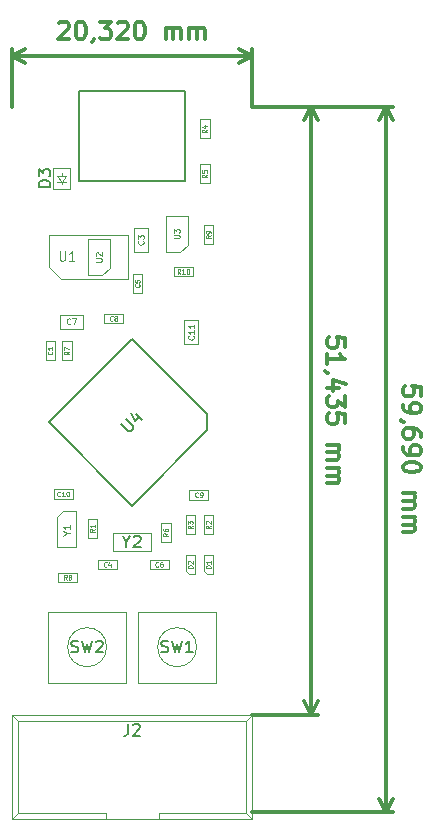
<source format=gbr>
G04 #@! TF.GenerationSoftware,KiCad,Pcbnew,5.0.2-bee76a0~70~ubuntu18.04.1*
G04 #@! TF.CreationDate,2019-08-12T18:04:03+02:00*
G04 #@! TF.ProjectId,Pic32MxRedFox,50696333-324d-4785-9265-64466f782e6b,rev?*
G04 #@! TF.SameCoordinates,PX5faea10PY8eeaea0*
G04 #@! TF.FileFunction,Other,Fab,Top*
%FSLAX46Y46*%
G04 Gerber Fmt 4.6, Leading zero omitted, Abs format (unit mm)*
G04 Created by KiCad (PCBNEW 5.0.2-bee76a0~70~ubuntu18.04.1) date pon 12 avg 2019 18:04:03 CEST*
%MOMM*%
%LPD*%
G01*
G04 APERTURE LIST*
%ADD10C,0.300000*%
%ADD11C,0.100000*%
%ADD12C,0.150000*%
%ADD13C,0.060000*%
%ADD14C,0.075000*%
%ADD15C,0.120000*%
%ADD16C,0.080000*%
G04 APERTURE END LIST*
D10*
X3945714Y66786572D02*
X4017142Y66858000D01*
X4160000Y66929429D01*
X4517142Y66929429D01*
X4660000Y66858000D01*
X4731428Y66786572D01*
X4802857Y66643715D01*
X4802857Y66500858D01*
X4731428Y66286572D01*
X3874285Y65429429D01*
X4802857Y65429429D01*
X5731428Y66929429D02*
X5874285Y66929429D01*
X6017142Y66858000D01*
X6088571Y66786572D01*
X6160000Y66643715D01*
X6231428Y66358000D01*
X6231428Y66000858D01*
X6160000Y65715143D01*
X6088571Y65572286D01*
X6017142Y65500858D01*
X5874285Y65429429D01*
X5731428Y65429429D01*
X5588571Y65500858D01*
X5517142Y65572286D01*
X5445714Y65715143D01*
X5374285Y66000858D01*
X5374285Y66358000D01*
X5445714Y66643715D01*
X5517142Y66786572D01*
X5588571Y66858000D01*
X5731428Y66929429D01*
X6945714Y65500858D02*
X6945714Y65429429D01*
X6874285Y65286572D01*
X6802857Y65215143D01*
X7445714Y66929429D02*
X8374285Y66929429D01*
X7874285Y66358000D01*
X8088571Y66358000D01*
X8231428Y66286572D01*
X8302857Y66215143D01*
X8374285Y66072286D01*
X8374285Y65715143D01*
X8302857Y65572286D01*
X8231428Y65500858D01*
X8088571Y65429429D01*
X7660000Y65429429D01*
X7517142Y65500858D01*
X7445714Y65572286D01*
X8945714Y66786572D02*
X9017142Y66858000D01*
X9160000Y66929429D01*
X9517142Y66929429D01*
X9660000Y66858000D01*
X9731428Y66786572D01*
X9802857Y66643715D01*
X9802857Y66500858D01*
X9731428Y66286572D01*
X8874285Y65429429D01*
X9802857Y65429429D01*
X10731428Y66929429D02*
X10874285Y66929429D01*
X11017142Y66858000D01*
X11088571Y66786572D01*
X11160000Y66643715D01*
X11231428Y66358000D01*
X11231428Y66000858D01*
X11160000Y65715143D01*
X11088571Y65572286D01*
X11017142Y65500858D01*
X10874285Y65429429D01*
X10731428Y65429429D01*
X10588571Y65500858D01*
X10517142Y65572286D01*
X10445714Y65715143D01*
X10374285Y66000858D01*
X10374285Y66358000D01*
X10445714Y66643715D01*
X10517142Y66786572D01*
X10588571Y66858000D01*
X10731428Y66929429D01*
X13017142Y65429429D02*
X13017142Y66429429D01*
X13017142Y66286572D02*
X13088571Y66358000D01*
X13231428Y66429429D01*
X13445714Y66429429D01*
X13588571Y66358000D01*
X13660000Y66215143D01*
X13660000Y65429429D01*
X13660000Y66215143D02*
X13731428Y66358000D01*
X13874285Y66429429D01*
X14088571Y66429429D01*
X14231428Y66358000D01*
X14302857Y66215143D01*
X14302857Y65429429D01*
X15017142Y65429429D02*
X15017142Y66429429D01*
X15017142Y66286572D02*
X15088571Y66358000D01*
X15231428Y66429429D01*
X15445714Y66429429D01*
X15588571Y66358000D01*
X15660000Y66215143D01*
X15660000Y65429429D01*
X15660000Y66215143D02*
X15731428Y66358000D01*
X15874285Y66429429D01*
X16088571Y66429429D01*
X16231428Y66358000D01*
X16302857Y66215143D01*
X16302857Y65429429D01*
X0Y64008000D02*
X20320000Y64008000D01*
X0Y59690000D02*
X0Y64594421D01*
X20320000Y59690000D02*
X20320000Y64594421D01*
X20320000Y64008000D02*
X19193496Y63421579D01*
X20320000Y64008000D02*
X19193496Y64594421D01*
X0Y64008000D02*
X1126504Y63421579D01*
X0Y64008000D02*
X1126504Y64594421D01*
X34607928Y35273572D02*
X34607928Y35987858D01*
X33893642Y36059286D01*
X33965071Y35987858D01*
X34036500Y35845000D01*
X34036500Y35487858D01*
X33965071Y35345000D01*
X33893642Y35273572D01*
X33750785Y35202143D01*
X33393642Y35202143D01*
X33250785Y35273572D01*
X33179357Y35345000D01*
X33107928Y35487858D01*
X33107928Y35845000D01*
X33179357Y35987858D01*
X33250785Y36059286D01*
X33107928Y34487858D02*
X33107928Y34202143D01*
X33179357Y34059286D01*
X33250785Y33987858D01*
X33465071Y33845000D01*
X33750785Y33773572D01*
X34322214Y33773572D01*
X34465071Y33845000D01*
X34536500Y33916429D01*
X34607928Y34059286D01*
X34607928Y34345000D01*
X34536500Y34487858D01*
X34465071Y34559286D01*
X34322214Y34630715D01*
X33965071Y34630715D01*
X33822214Y34559286D01*
X33750785Y34487858D01*
X33679357Y34345000D01*
X33679357Y34059286D01*
X33750785Y33916429D01*
X33822214Y33845000D01*
X33965071Y33773572D01*
X33179357Y33059286D02*
X33107928Y33059286D01*
X32965071Y33130715D01*
X32893642Y33202143D01*
X34607928Y31773572D02*
X34607928Y32059286D01*
X34536500Y32202143D01*
X34465071Y32273572D01*
X34250785Y32416429D01*
X33965071Y32487858D01*
X33393642Y32487858D01*
X33250785Y32416429D01*
X33179357Y32345000D01*
X33107928Y32202143D01*
X33107928Y31916429D01*
X33179357Y31773572D01*
X33250785Y31702143D01*
X33393642Y31630715D01*
X33750785Y31630715D01*
X33893642Y31702143D01*
X33965071Y31773572D01*
X34036500Y31916429D01*
X34036500Y32202143D01*
X33965071Y32345000D01*
X33893642Y32416429D01*
X33750785Y32487858D01*
X33107928Y30916429D02*
X33107928Y30630715D01*
X33179357Y30487858D01*
X33250785Y30416429D01*
X33465071Y30273572D01*
X33750785Y30202143D01*
X34322214Y30202143D01*
X34465071Y30273572D01*
X34536500Y30345000D01*
X34607928Y30487858D01*
X34607928Y30773572D01*
X34536500Y30916429D01*
X34465071Y30987858D01*
X34322214Y31059286D01*
X33965071Y31059286D01*
X33822214Y30987858D01*
X33750785Y30916429D01*
X33679357Y30773572D01*
X33679357Y30487858D01*
X33750785Y30345000D01*
X33822214Y30273572D01*
X33965071Y30202143D01*
X34607928Y29273572D02*
X34607928Y29130715D01*
X34536500Y28987858D01*
X34465071Y28916429D01*
X34322214Y28845000D01*
X34036500Y28773572D01*
X33679357Y28773572D01*
X33393642Y28845000D01*
X33250785Y28916429D01*
X33179357Y28987858D01*
X33107928Y29130715D01*
X33107928Y29273572D01*
X33179357Y29416429D01*
X33250785Y29487858D01*
X33393642Y29559286D01*
X33679357Y29630715D01*
X34036500Y29630715D01*
X34322214Y29559286D01*
X34465071Y29487858D01*
X34536500Y29416429D01*
X34607928Y29273572D01*
X33107928Y26987858D02*
X34107928Y26987858D01*
X33965071Y26987858D02*
X34036500Y26916429D01*
X34107928Y26773572D01*
X34107928Y26559286D01*
X34036500Y26416429D01*
X33893642Y26345000D01*
X33107928Y26345000D01*
X33893642Y26345000D02*
X34036500Y26273572D01*
X34107928Y26130715D01*
X34107928Y25916429D01*
X34036500Y25773572D01*
X33893642Y25702143D01*
X33107928Y25702143D01*
X33107928Y24987858D02*
X34107928Y24987858D01*
X33965071Y24987858D02*
X34036500Y24916429D01*
X34107928Y24773572D01*
X34107928Y24559286D01*
X34036500Y24416429D01*
X33893642Y24345000D01*
X33107928Y24345000D01*
X33893642Y24345000D02*
X34036500Y24273572D01*
X34107928Y24130715D01*
X34107928Y23916429D01*
X34036500Y23773572D01*
X33893642Y23702143D01*
X33107928Y23702143D01*
X31686500Y59690000D02*
X31686500Y0D01*
X20320000Y59690000D02*
X32272921Y59690000D01*
X20320000Y0D02*
X32272921Y0D01*
X31686500Y0D02*
X31100079Y1126504D01*
X31686500Y0D02*
X32272921Y1126504D01*
X31686500Y59690000D02*
X31100079Y58563496D01*
X31686500Y59690000D02*
X32272921Y58563496D01*
X28194428Y39401072D02*
X28194428Y40115358D01*
X27480142Y40186786D01*
X27551571Y40115358D01*
X27623000Y39972500D01*
X27623000Y39615358D01*
X27551571Y39472500D01*
X27480142Y39401072D01*
X27337285Y39329643D01*
X26980142Y39329643D01*
X26837285Y39401072D01*
X26765857Y39472500D01*
X26694428Y39615358D01*
X26694428Y39972500D01*
X26765857Y40115358D01*
X26837285Y40186786D01*
X26694428Y37901072D02*
X26694428Y38758215D01*
X26694428Y38329643D02*
X28194428Y38329643D01*
X27980142Y38472500D01*
X27837285Y38615358D01*
X27765857Y38758215D01*
X26765857Y37186786D02*
X26694428Y37186786D01*
X26551571Y37258215D01*
X26480142Y37329643D01*
X27694428Y35901072D02*
X26694428Y35901072D01*
X28265857Y36258215D02*
X27194428Y36615358D01*
X27194428Y35686786D01*
X28194428Y35258215D02*
X28194428Y34329643D01*
X27623000Y34829643D01*
X27623000Y34615358D01*
X27551571Y34472500D01*
X27480142Y34401072D01*
X27337285Y34329643D01*
X26980142Y34329643D01*
X26837285Y34401072D01*
X26765857Y34472500D01*
X26694428Y34615358D01*
X26694428Y35043929D01*
X26765857Y35186786D01*
X26837285Y35258215D01*
X28194428Y32972500D02*
X28194428Y33686786D01*
X27480142Y33758215D01*
X27551571Y33686786D01*
X27623000Y33543929D01*
X27623000Y33186786D01*
X27551571Y33043929D01*
X27480142Y32972500D01*
X27337285Y32901072D01*
X26980142Y32901072D01*
X26837285Y32972500D01*
X26765857Y33043929D01*
X26694428Y33186786D01*
X26694428Y33543929D01*
X26765857Y33686786D01*
X26837285Y33758215D01*
X26694428Y31115358D02*
X27694428Y31115358D01*
X27551571Y31115358D02*
X27623000Y31043929D01*
X27694428Y30901072D01*
X27694428Y30686786D01*
X27623000Y30543929D01*
X27480142Y30472500D01*
X26694428Y30472500D01*
X27480142Y30472500D02*
X27623000Y30401072D01*
X27694428Y30258215D01*
X27694428Y30043929D01*
X27623000Y29901072D01*
X27480142Y29829643D01*
X26694428Y29829643D01*
X26694428Y29115358D02*
X27694428Y29115358D01*
X27551571Y29115358D02*
X27623000Y29043929D01*
X27694428Y28901072D01*
X27694428Y28686786D01*
X27623000Y28543929D01*
X27480142Y28472500D01*
X26694428Y28472500D01*
X27480142Y28472500D02*
X27623000Y28401072D01*
X27694428Y28258215D01*
X27694428Y28043929D01*
X27623000Y27901072D01*
X27480142Y27829643D01*
X26694428Y27829643D01*
X25273000Y59690000D02*
X25273000Y8255000D01*
X20320000Y59690000D02*
X25859421Y59690000D01*
X20320000Y8255000D02*
X25859421Y8255000D01*
X25273000Y8255000D02*
X24686579Y9381504D01*
X25273000Y8255000D02*
X25859421Y9381504D01*
X25273000Y59690000D02*
X24686579Y58563496D01*
X25273000Y59690000D02*
X25859421Y58563496D01*
D11*
G04 #@! TO.C,R10*
X13703400Y46158100D02*
X15303400Y46158100D01*
X13703400Y45358100D02*
X13703400Y46158100D01*
X15303400Y45358100D02*
X13703400Y45358100D01*
X15303400Y46158100D02*
X15303400Y45358100D01*
G04 #@! TO.C,R9*
X16237000Y49695000D02*
X17037000Y49695000D01*
X17037000Y49695000D02*
X17037000Y48095000D01*
X17037000Y48095000D02*
X16237000Y48095000D01*
X16237000Y48095000D02*
X16237000Y49695000D01*
G04 #@! TO.C,R8*
X3899000Y19475500D02*
X3899000Y20275500D01*
X3899000Y20275500D02*
X5499000Y20275500D01*
X5499000Y20275500D02*
X5499000Y19475500D01*
X5499000Y19475500D02*
X3899000Y19475500D01*
G04 #@! TO.C,C1*
X3638500Y39866501D02*
X3638500Y38266501D01*
X2838500Y39866501D02*
X3638500Y39866501D01*
X2838500Y38266501D02*
X2838500Y39866501D01*
X3638500Y38266501D02*
X2838500Y38266501D01*
G04 #@! TO.C,R7*
X5035500Y38266500D02*
X4235500Y38266500D01*
X4235500Y38266500D02*
X4235500Y39866500D01*
X4235500Y39866500D02*
X5035500Y39866500D01*
X5035500Y39866500D02*
X5035500Y38266500D01*
G04 #@! TO.C,C9*
X16611500Y27260500D02*
X16611500Y26460500D01*
X16611500Y26460500D02*
X15011500Y26460500D01*
X15011500Y26460500D02*
X15011500Y27260500D01*
X15011500Y27260500D02*
X16611500Y27260500D01*
G04 #@! TO.C,U3*
X14870000Y48058500D02*
X14220000Y47408500D01*
X13070000Y47408500D02*
X14220000Y47408500D01*
X14870000Y48058500D02*
X14870000Y50508500D01*
X13070000Y50508500D02*
X14870000Y50508500D01*
X13070000Y47408500D02*
X13070000Y50508500D01*
G04 #@! TO.C,U1*
X4127000Y45140000D02*
X3127000Y46140000D01*
X4127000Y45140000D02*
X9827000Y45140000D01*
X3127000Y46140000D02*
X3127000Y48840000D01*
X9827000Y45140000D02*
X9827000Y48840000D01*
X3127000Y48840000D02*
X9827000Y48840000D01*
G04 #@! TO.C,Y2*
X11760000Y22110000D02*
X11760000Y23610000D01*
X8560000Y22110000D02*
X8560000Y23610000D01*
X11760000Y22110000D02*
X8560000Y22110000D01*
X11760000Y23610000D02*
X8560000Y23610000D01*
G04 #@! TO.C,Y1*
X3822800Y22477600D02*
X5422800Y22477600D01*
X5422800Y22477600D02*
X5422800Y25477600D01*
X3822800Y24977600D02*
X4322800Y25477600D01*
X3822800Y24977600D02*
X3822800Y22477600D01*
X4322800Y25477600D02*
X5422800Y25477600D01*
G04 #@! TO.C,R6*
X12617500Y22885500D02*
X12617500Y24485500D01*
X13417500Y22885500D02*
X12617500Y22885500D01*
X13417500Y24485500D02*
X13417500Y22885500D01*
X12617500Y24485500D02*
X13417500Y24485500D01*
G04 #@! TO.C,R1*
X6407200Y24828400D02*
X7207200Y24828400D01*
X7207200Y24828400D02*
X7207200Y23228400D01*
X7207200Y23228400D02*
X6407200Y23228400D01*
X6407200Y23228400D02*
X6407200Y24828400D01*
G04 #@! TO.C,SW2*
X9650000Y10970000D02*
X3050000Y10970000D01*
X9650000Y16970000D02*
X9650000Y10970000D01*
X3050000Y16970000D02*
X9650000Y16970000D01*
X3050000Y10970000D02*
X3050000Y16970000D01*
X8000000Y13970000D02*
G75*
G03X8000000Y13970000I-1650000J0D01*
G01*
G04 #@! TO.C,SW1*
X15620000Y13970000D02*
G75*
G03X15620000Y13970000I-1650000J0D01*
G01*
X10670000Y10970000D02*
X10670000Y16970000D01*
X10670000Y16970000D02*
X17270000Y16970000D01*
X17270000Y16970000D02*
X17270000Y10970000D01*
X17270000Y10970000D02*
X10670000Y10970000D01*
G04 #@! TO.C,C4*
X7264500Y21355000D02*
X8864500Y21355000D01*
X7264500Y20555000D02*
X7264500Y21355000D01*
X8864500Y20555000D02*
X7264500Y20555000D01*
X8864500Y21355000D02*
X8864500Y20555000D01*
G04 #@! TO.C,C5*
X11017200Y45554800D02*
X11017200Y43954800D01*
X10217200Y45554800D02*
X11017200Y45554800D01*
X10217200Y43954800D02*
X10217200Y45554800D01*
X11017200Y43954800D02*
X10217200Y43954800D01*
G04 #@! TO.C,C6*
X11646000Y20555000D02*
X11646000Y21355000D01*
X11646000Y21355000D02*
X13246000Y21355000D01*
X13246000Y21355000D02*
X13246000Y20555000D01*
X13246000Y20555000D02*
X11646000Y20555000D01*
G04 #@! TO.C,C8*
X9372500Y41383000D02*
X7772500Y41383000D01*
X9372500Y42183000D02*
X9372500Y41383000D01*
X7772500Y42183000D02*
X9372500Y42183000D01*
X7772500Y41383000D02*
X7772500Y42183000D01*
G04 #@! TO.C,C10*
X5118000Y26524000D02*
X3518000Y26524000D01*
X5118000Y27324000D02*
X5118000Y26524000D01*
X3518000Y27324000D02*
X5118000Y27324000D01*
X3518000Y26524000D02*
X3518000Y27324000D01*
G04 #@! TO.C,C3*
X10322000Y47450500D02*
X10322000Y49450500D01*
X11522000Y47450500D02*
X10322000Y47450500D01*
X11522000Y49450500D02*
X11522000Y47450500D01*
X10322000Y49450500D02*
X11522000Y49450500D01*
G04 #@! TO.C,C7*
X6016500Y42129000D02*
X6016500Y40929000D01*
X6016500Y40929000D02*
X4016500Y40929000D01*
X4016500Y40929000D02*
X4016500Y42129000D01*
X4016500Y42129000D02*
X6016500Y42129000D01*
G04 #@! TO.C,C11*
X15776500Y39640000D02*
X14576500Y39640000D01*
X14576500Y39640000D02*
X14576500Y41640000D01*
X14576500Y41640000D02*
X15776500Y41640000D01*
X15776500Y41640000D02*
X15776500Y39640000D01*
G04 #@! TO.C,J2*
X-20000Y8235000D02*
X20340000Y8235000D01*
X520000Y7685000D02*
X19780000Y7685000D01*
X-20000Y-615000D02*
X20340000Y-615000D01*
X520000Y-65000D02*
X7910000Y-65000D01*
X12410000Y-65000D02*
X19780000Y-65000D01*
X7910000Y-65000D02*
X7910000Y-615000D01*
X12410000Y-65000D02*
X12410000Y-615000D01*
X-20000Y8235000D02*
X-20000Y-615000D01*
X520000Y7685000D02*
X520000Y-65000D01*
X20340000Y8235000D02*
X20340000Y-615000D01*
X19780000Y7685000D02*
X19780000Y-65000D01*
X-20000Y8235000D02*
X520000Y7685000D01*
X20340000Y8235000D02*
X19780000Y7685000D01*
X-20000Y-615000D02*
X520000Y-65000D01*
X20340000Y-615000D02*
X19780000Y-65000D01*
G04 #@! TO.C,D3*
X3491000Y52757500D02*
X3491000Y54557500D01*
X3491000Y54557500D02*
X4891000Y54557500D01*
X4891000Y54557500D02*
X4891000Y52757500D01*
X4891000Y52757500D02*
X3491000Y52757500D01*
X3841000Y53357500D02*
X4541000Y53357500D01*
X4191000Y53357500D02*
X4191000Y53157500D01*
X4191000Y53357500D02*
X3841000Y53857500D01*
X3841000Y53857500D02*
X4541000Y53857500D01*
X4541000Y53857500D02*
X4191000Y53357500D01*
X4191000Y53857500D02*
X4191000Y54107500D01*
D12*
G04 #@! TO.C,J1*
X14660000Y61061600D02*
X10160000Y61061600D01*
X14660000Y53461600D02*
X14660000Y61061600D01*
X5660000Y53461600D02*
X14660000Y53461600D01*
X5660000Y61061600D02*
X5660000Y53461600D01*
X10160000Y61061600D02*
X5660000Y61061600D01*
D11*
G04 #@! TO.C,D2*
X14713000Y21755000D02*
X14713000Y20455000D01*
X14713000Y20455000D02*
X15013000Y20155000D01*
X15013000Y20155000D02*
X15513000Y20155000D01*
X15513000Y20155000D02*
X15513000Y21755000D01*
X15513000Y21755000D02*
X14713000Y21755000D01*
G04 #@! TO.C,D1*
X17037000Y21755000D02*
X16237000Y21755000D01*
X17037000Y20155000D02*
X17037000Y21755000D01*
X16537000Y20155000D02*
X17037000Y20155000D01*
X16237000Y20455000D02*
X16537000Y20155000D01*
X16237000Y21755000D02*
X16237000Y20455000D01*
D12*
G04 #@! TO.C,U4*
X16523961Y32312893D02*
X10160000Y25948932D01*
X10160000Y25948932D02*
X3088932Y33020000D01*
X3088932Y33020000D02*
X10160000Y40091068D01*
X10160000Y40091068D02*
X16523961Y33727107D01*
X16523961Y33727107D02*
X16523961Y32312893D01*
D11*
G04 #@! TO.C,U2*
X6465999Y45440000D02*
X6465999Y48540000D01*
X6465999Y48540000D02*
X8266001Y48540000D01*
X8266000Y46090000D02*
X8266001Y48540000D01*
X6465999Y45440000D02*
X7616000Y45440000D01*
X8266000Y46090000D02*
X7616000Y45440000D01*
G04 #@! TO.C,R4*
X15919500Y58648500D02*
X16719500Y58648500D01*
X16719500Y58648500D02*
X16719500Y57048500D01*
X16719500Y57048500D02*
X15919500Y57048500D01*
X15919500Y57048500D02*
X15919500Y58648500D01*
G04 #@! TO.C,R3*
X15513000Y25120500D02*
X15513000Y23520500D01*
X14713000Y25120500D02*
X15513000Y25120500D01*
X14713000Y23520500D02*
X14713000Y25120500D01*
X15513000Y23520500D02*
X14713000Y23520500D01*
G04 #@! TO.C,R2*
X17037000Y23520500D02*
X16237000Y23520500D01*
X16237000Y23520500D02*
X16237000Y25120500D01*
X16237000Y25120500D02*
X17037000Y25120500D01*
X17037000Y25120500D02*
X17037000Y23520500D01*
G04 #@! TO.C,R5*
X16719500Y53238500D02*
X15919500Y53238500D01*
X15919500Y53238500D02*
X15919500Y54838500D01*
X15919500Y54838500D02*
X16719500Y54838500D01*
X16719500Y54838500D02*
X16719500Y53238500D01*
G04 #@! TD*
G04 #@! TO.C,R10*
D13*
X14246257Y45577148D02*
X14112923Y45767624D01*
X14017685Y45577148D02*
X14017685Y45977148D01*
X14170066Y45977148D01*
X14208161Y45958100D01*
X14227209Y45939053D01*
X14246257Y45900958D01*
X14246257Y45843815D01*
X14227209Y45805720D01*
X14208161Y45786672D01*
X14170066Y45767624D01*
X14017685Y45767624D01*
X14627209Y45577148D02*
X14398638Y45577148D01*
X14512923Y45577148D02*
X14512923Y45977148D01*
X14474828Y45920005D01*
X14436733Y45881910D01*
X14398638Y45862862D01*
X14874828Y45977148D02*
X14912923Y45977148D01*
X14951019Y45958100D01*
X14970066Y45939053D01*
X14989114Y45900958D01*
X15008161Y45824767D01*
X15008161Y45729529D01*
X14989114Y45653339D01*
X14970066Y45615243D01*
X14951019Y45596196D01*
X14912923Y45577148D01*
X14874828Y45577148D01*
X14836733Y45596196D01*
X14817685Y45615243D01*
X14798638Y45653339D01*
X14779590Y45729529D01*
X14779590Y45824767D01*
X14798638Y45900958D01*
X14817685Y45939053D01*
X14836733Y45958100D01*
X14874828Y45977148D01*
G04 #@! TO.C,R9*
X16817952Y48828334D02*
X16627476Y48695000D01*
X16817952Y48599762D02*
X16417952Y48599762D01*
X16417952Y48752143D01*
X16437000Y48790239D01*
X16456047Y48809286D01*
X16494142Y48828334D01*
X16551285Y48828334D01*
X16589380Y48809286D01*
X16608428Y48790239D01*
X16627476Y48752143D01*
X16627476Y48599762D01*
X16817952Y49018810D02*
X16817952Y49095000D01*
X16798904Y49133096D01*
X16779857Y49152143D01*
X16722714Y49190239D01*
X16646523Y49209286D01*
X16494142Y49209286D01*
X16456047Y49190239D01*
X16437000Y49171191D01*
X16417952Y49133096D01*
X16417952Y49056905D01*
X16437000Y49018810D01*
X16456047Y48999762D01*
X16494142Y48980715D01*
X16589380Y48980715D01*
X16627476Y48999762D01*
X16646523Y49018810D01*
X16665571Y49056905D01*
X16665571Y49133096D01*
X16646523Y49171191D01*
X16627476Y49190239D01*
X16589380Y49209286D01*
G04 #@! TO.C,R8*
X4632333Y19694548D02*
X4499000Y19885024D01*
X4403761Y19694548D02*
X4403761Y20094548D01*
X4556142Y20094548D01*
X4594238Y20075500D01*
X4613285Y20056453D01*
X4632333Y20018358D01*
X4632333Y19961215D01*
X4613285Y19923120D01*
X4594238Y19904072D01*
X4556142Y19885024D01*
X4403761Y19885024D01*
X4860904Y19923120D02*
X4822809Y19942167D01*
X4803761Y19961215D01*
X4784714Y19999310D01*
X4784714Y20018358D01*
X4803761Y20056453D01*
X4822809Y20075500D01*
X4860904Y20094548D01*
X4937095Y20094548D01*
X4975190Y20075500D01*
X4994238Y20056453D01*
X5013285Y20018358D01*
X5013285Y19999310D01*
X4994238Y19961215D01*
X4975190Y19942167D01*
X4937095Y19923120D01*
X4860904Y19923120D01*
X4822809Y19904072D01*
X4803761Y19885024D01*
X4784714Y19846929D01*
X4784714Y19770739D01*
X4803761Y19732643D01*
X4822809Y19713596D01*
X4860904Y19694548D01*
X4937095Y19694548D01*
X4975190Y19713596D01*
X4994238Y19732643D01*
X5013285Y19770739D01*
X5013285Y19846929D01*
X4994238Y19885024D01*
X4975190Y19904072D01*
X4937095Y19923120D01*
G04 #@! TO.C,C1*
X3381357Y38999835D02*
X3400404Y38980787D01*
X3419452Y38923644D01*
X3419452Y38885549D01*
X3400404Y38828406D01*
X3362309Y38790311D01*
X3324214Y38771263D01*
X3248023Y38752216D01*
X3190880Y38752216D01*
X3114690Y38771263D01*
X3076595Y38790311D01*
X3038500Y38828406D01*
X3019452Y38885549D01*
X3019452Y38923644D01*
X3038500Y38980787D01*
X3057547Y38999835D01*
X3419452Y39380787D02*
X3419452Y39152216D01*
X3419452Y39266501D02*
X3019452Y39266501D01*
X3076595Y39228406D01*
X3114690Y39190311D01*
X3133738Y39152216D01*
G04 #@! TO.C,R7*
X4816452Y38999834D02*
X4625976Y38866500D01*
X4816452Y38771262D02*
X4416452Y38771262D01*
X4416452Y38923643D01*
X4435500Y38961739D01*
X4454547Y38980786D01*
X4492642Y38999834D01*
X4549785Y38999834D01*
X4587880Y38980786D01*
X4606928Y38961739D01*
X4625976Y38923643D01*
X4625976Y38771262D01*
X4416452Y39133167D02*
X4416452Y39399834D01*
X4816452Y39228405D01*
G04 #@! TO.C,C9*
X15744833Y26717643D02*
X15725785Y26698596D01*
X15668642Y26679548D01*
X15630547Y26679548D01*
X15573404Y26698596D01*
X15535309Y26736691D01*
X15516261Y26774786D01*
X15497214Y26850977D01*
X15497214Y26908120D01*
X15516261Y26984310D01*
X15535309Y27022405D01*
X15573404Y27060500D01*
X15630547Y27079548D01*
X15668642Y27079548D01*
X15725785Y27060500D01*
X15744833Y27041453D01*
X15935309Y26679548D02*
X16011500Y26679548D01*
X16049595Y26698596D01*
X16068642Y26717643D01*
X16106738Y26774786D01*
X16125785Y26850977D01*
X16125785Y27003358D01*
X16106738Y27041453D01*
X16087690Y27060500D01*
X16049595Y27079548D01*
X15973404Y27079548D01*
X15935309Y27060500D01*
X15916261Y27041453D01*
X15897214Y27003358D01*
X15897214Y26908120D01*
X15916261Y26870024D01*
X15935309Y26850977D01*
X15973404Y26831929D01*
X16049595Y26831929D01*
X16087690Y26850977D01*
X16106738Y26870024D01*
X16125785Y26908120D01*
G04 #@! TO.C,U3*
D14*
X13696190Y48577548D02*
X14100952Y48577548D01*
X14148571Y48601358D01*
X14172380Y48625167D01*
X14196190Y48672786D01*
X14196190Y48768024D01*
X14172380Y48815643D01*
X14148571Y48839453D01*
X14100952Y48863262D01*
X13696190Y48863262D01*
X13696190Y49053739D02*
X13696190Y49363262D01*
X13886666Y49196596D01*
X13886666Y49268024D01*
X13910476Y49315643D01*
X13934285Y49339453D01*
X13981904Y49363262D01*
X14100952Y49363262D01*
X14148571Y49339453D01*
X14172380Y49315643D01*
X14196190Y49268024D01*
X14196190Y49125167D01*
X14172380Y49077548D01*
X14148571Y49053739D01*
G04 #@! TO.C,U1*
D15*
X4025976Y47491596D02*
X4025976Y46843977D01*
X4064071Y46767786D01*
X4102166Y46729691D01*
X4178357Y46691596D01*
X4330738Y46691596D01*
X4406928Y46729691D01*
X4445023Y46767786D01*
X4483119Y46843977D01*
X4483119Y47491596D01*
X5283119Y46691596D02*
X4825976Y46691596D01*
X5054547Y46691596D02*
X5054547Y47491596D01*
X4978357Y47377310D01*
X4902166Y47301120D01*
X4825976Y47263024D01*
G04 #@! TO.C,Y2*
D12*
X9683809Y22883810D02*
X9683809Y22407620D01*
X9350476Y23407620D02*
X9683809Y22883810D01*
X10017142Y23407620D01*
X10302857Y23312381D02*
X10350476Y23360000D01*
X10445714Y23407620D01*
X10683809Y23407620D01*
X10779047Y23360000D01*
X10826666Y23312381D01*
X10874285Y23217143D01*
X10874285Y23121905D01*
X10826666Y22979048D01*
X10255238Y22407620D01*
X10874285Y22407620D01*
G04 #@! TO.C,Y1*
D16*
X4658514Y23591886D02*
X4944228Y23591886D01*
X4344228Y23391886D02*
X4658514Y23591886D01*
X4344228Y23791886D01*
X4944228Y24306172D02*
X4944228Y23963315D01*
X4944228Y24134743D02*
X4344228Y24134743D01*
X4429942Y24077600D01*
X4487085Y24020458D01*
X4515657Y23963315D01*
G04 #@! TO.C,R6*
D13*
X13198452Y23618834D02*
X13007976Y23485500D01*
X13198452Y23390262D02*
X12798452Y23390262D01*
X12798452Y23542643D01*
X12817500Y23580739D01*
X12836547Y23599786D01*
X12874642Y23618834D01*
X12931785Y23618834D01*
X12969880Y23599786D01*
X12988928Y23580739D01*
X13007976Y23542643D01*
X13007976Y23390262D01*
X12798452Y23961691D02*
X12798452Y23885500D01*
X12817500Y23847405D01*
X12836547Y23828358D01*
X12893690Y23790262D01*
X12969880Y23771215D01*
X13122261Y23771215D01*
X13160357Y23790262D01*
X13179404Y23809310D01*
X13198452Y23847405D01*
X13198452Y23923596D01*
X13179404Y23961691D01*
X13160357Y23980739D01*
X13122261Y23999786D01*
X13027023Y23999786D01*
X12988928Y23980739D01*
X12969880Y23961691D01*
X12950833Y23923596D01*
X12950833Y23847405D01*
X12969880Y23809310D01*
X12988928Y23790262D01*
X13027023Y23771215D01*
G04 #@! TO.C,R1*
X6988152Y23961734D02*
X6797676Y23828400D01*
X6988152Y23733162D02*
X6588152Y23733162D01*
X6588152Y23885543D01*
X6607200Y23923639D01*
X6626247Y23942686D01*
X6664342Y23961734D01*
X6721485Y23961734D01*
X6759580Y23942686D01*
X6778628Y23923639D01*
X6797676Y23885543D01*
X6797676Y23733162D01*
X6988152Y24342686D02*
X6988152Y24114115D01*
X6988152Y24228400D02*
X6588152Y24228400D01*
X6645295Y24190305D01*
X6683390Y24152210D01*
X6702438Y24114115D01*
G04 #@! TO.C,SW2*
D12*
X5016666Y13565239D02*
X5159523Y13517620D01*
X5397619Y13517620D01*
X5492857Y13565239D01*
X5540476Y13612858D01*
X5588095Y13708096D01*
X5588095Y13803334D01*
X5540476Y13898572D01*
X5492857Y13946191D01*
X5397619Y13993810D01*
X5207142Y14041429D01*
X5111904Y14089048D01*
X5064285Y14136667D01*
X5016666Y14231905D01*
X5016666Y14327143D01*
X5064285Y14422381D01*
X5111904Y14470000D01*
X5207142Y14517620D01*
X5445238Y14517620D01*
X5588095Y14470000D01*
X5921428Y14517620D02*
X6159523Y13517620D01*
X6350000Y14231905D01*
X6540476Y13517620D01*
X6778571Y14517620D01*
X7111904Y14422381D02*
X7159523Y14470000D01*
X7254761Y14517620D01*
X7492857Y14517620D01*
X7588095Y14470000D01*
X7635714Y14422381D01*
X7683333Y14327143D01*
X7683333Y14231905D01*
X7635714Y14089048D01*
X7064285Y13517620D01*
X7683333Y13517620D01*
G04 #@! TO.C,SW1*
X12636666Y13565239D02*
X12779523Y13517620D01*
X13017619Y13517620D01*
X13112857Y13565239D01*
X13160476Y13612858D01*
X13208095Y13708096D01*
X13208095Y13803334D01*
X13160476Y13898572D01*
X13112857Y13946191D01*
X13017619Y13993810D01*
X12827142Y14041429D01*
X12731904Y14089048D01*
X12684285Y14136667D01*
X12636666Y14231905D01*
X12636666Y14327143D01*
X12684285Y14422381D01*
X12731904Y14470000D01*
X12827142Y14517620D01*
X13065238Y14517620D01*
X13208095Y14470000D01*
X13541428Y14517620D02*
X13779523Y13517620D01*
X13970000Y14231905D01*
X14160476Y13517620D01*
X14398571Y14517620D01*
X15303333Y13517620D02*
X14731904Y13517620D01*
X15017619Y13517620D02*
X15017619Y14517620D01*
X14922380Y14374762D01*
X14827142Y14279524D01*
X14731904Y14231905D01*
G04 #@! TO.C,C4*
D13*
X7997833Y20812143D02*
X7978785Y20793096D01*
X7921642Y20774048D01*
X7883547Y20774048D01*
X7826404Y20793096D01*
X7788309Y20831191D01*
X7769261Y20869286D01*
X7750214Y20945477D01*
X7750214Y21002620D01*
X7769261Y21078810D01*
X7788309Y21116905D01*
X7826404Y21155000D01*
X7883547Y21174048D01*
X7921642Y21174048D01*
X7978785Y21155000D01*
X7997833Y21135953D01*
X8340690Y21040715D02*
X8340690Y20774048D01*
X8245452Y21193096D02*
X8150214Y20907381D01*
X8397833Y20907381D01*
G04 #@! TO.C,C5*
X10760057Y44688134D02*
X10779104Y44669086D01*
X10798152Y44611943D01*
X10798152Y44573848D01*
X10779104Y44516705D01*
X10741009Y44478610D01*
X10702914Y44459562D01*
X10626723Y44440515D01*
X10569580Y44440515D01*
X10493390Y44459562D01*
X10455295Y44478610D01*
X10417200Y44516705D01*
X10398152Y44573848D01*
X10398152Y44611943D01*
X10417200Y44669086D01*
X10436247Y44688134D01*
X10398152Y45050039D02*
X10398152Y44859562D01*
X10588628Y44840515D01*
X10569580Y44859562D01*
X10550533Y44897658D01*
X10550533Y44992896D01*
X10569580Y45030991D01*
X10588628Y45050039D01*
X10626723Y45069086D01*
X10721961Y45069086D01*
X10760057Y45050039D01*
X10779104Y45030991D01*
X10798152Y44992896D01*
X10798152Y44897658D01*
X10779104Y44859562D01*
X10760057Y44840515D01*
G04 #@! TO.C,C6*
X12379333Y20812143D02*
X12360285Y20793096D01*
X12303142Y20774048D01*
X12265047Y20774048D01*
X12207904Y20793096D01*
X12169809Y20831191D01*
X12150761Y20869286D01*
X12131714Y20945477D01*
X12131714Y21002620D01*
X12150761Y21078810D01*
X12169809Y21116905D01*
X12207904Y21155000D01*
X12265047Y21174048D01*
X12303142Y21174048D01*
X12360285Y21155000D01*
X12379333Y21135953D01*
X12722190Y21174048D02*
X12646000Y21174048D01*
X12607904Y21155000D01*
X12588857Y21135953D01*
X12550761Y21078810D01*
X12531714Y21002620D01*
X12531714Y20850239D01*
X12550761Y20812143D01*
X12569809Y20793096D01*
X12607904Y20774048D01*
X12684095Y20774048D01*
X12722190Y20793096D01*
X12741238Y20812143D01*
X12760285Y20850239D01*
X12760285Y20945477D01*
X12741238Y20983572D01*
X12722190Y21002620D01*
X12684095Y21021667D01*
X12607904Y21021667D01*
X12569809Y21002620D01*
X12550761Y20983572D01*
X12531714Y20945477D01*
G04 #@! TO.C,C8*
X8505833Y41640143D02*
X8486785Y41621096D01*
X8429642Y41602048D01*
X8391547Y41602048D01*
X8334404Y41621096D01*
X8296309Y41659191D01*
X8277261Y41697286D01*
X8258214Y41773477D01*
X8258214Y41830620D01*
X8277261Y41906810D01*
X8296309Y41944905D01*
X8334404Y41983000D01*
X8391547Y42002048D01*
X8429642Y42002048D01*
X8486785Y41983000D01*
X8505833Y41963953D01*
X8734404Y41830620D02*
X8696309Y41849667D01*
X8677261Y41868715D01*
X8658214Y41906810D01*
X8658214Y41925858D01*
X8677261Y41963953D01*
X8696309Y41983000D01*
X8734404Y42002048D01*
X8810595Y42002048D01*
X8848690Y41983000D01*
X8867738Y41963953D01*
X8886785Y41925858D01*
X8886785Y41906810D01*
X8867738Y41868715D01*
X8848690Y41849667D01*
X8810595Y41830620D01*
X8734404Y41830620D01*
X8696309Y41811572D01*
X8677261Y41792524D01*
X8658214Y41754429D01*
X8658214Y41678239D01*
X8677261Y41640143D01*
X8696309Y41621096D01*
X8734404Y41602048D01*
X8810595Y41602048D01*
X8848690Y41621096D01*
X8867738Y41640143D01*
X8886785Y41678239D01*
X8886785Y41754429D01*
X8867738Y41792524D01*
X8848690Y41811572D01*
X8810595Y41830620D01*
G04 #@! TO.C,C10*
X4060857Y26781143D02*
X4041809Y26762096D01*
X3984666Y26743048D01*
X3946571Y26743048D01*
X3889428Y26762096D01*
X3851333Y26800191D01*
X3832285Y26838286D01*
X3813238Y26914477D01*
X3813238Y26971620D01*
X3832285Y27047810D01*
X3851333Y27085905D01*
X3889428Y27124000D01*
X3946571Y27143048D01*
X3984666Y27143048D01*
X4041809Y27124000D01*
X4060857Y27104953D01*
X4441809Y26743048D02*
X4213238Y26743048D01*
X4327523Y26743048D02*
X4327523Y27143048D01*
X4289428Y27085905D01*
X4251333Y27047810D01*
X4213238Y27028762D01*
X4689428Y27143048D02*
X4727523Y27143048D01*
X4765619Y27124000D01*
X4784666Y27104953D01*
X4803714Y27066858D01*
X4822761Y26990667D01*
X4822761Y26895429D01*
X4803714Y26819239D01*
X4784666Y26781143D01*
X4765619Y26762096D01*
X4727523Y26743048D01*
X4689428Y26743048D01*
X4651333Y26762096D01*
X4632285Y26781143D01*
X4613238Y26819239D01*
X4594190Y26895429D01*
X4594190Y26990667D01*
X4613238Y27066858D01*
X4632285Y27104953D01*
X4651333Y27124000D01*
X4689428Y27143048D01*
G04 #@! TO.C,C3*
D16*
X11100571Y48367167D02*
X11124380Y48343358D01*
X11148190Y48271929D01*
X11148190Y48224310D01*
X11124380Y48152881D01*
X11076761Y48105262D01*
X11029142Y48081453D01*
X10933904Y48057643D01*
X10862476Y48057643D01*
X10767238Y48081453D01*
X10719619Y48105262D01*
X10672000Y48152881D01*
X10648190Y48224310D01*
X10648190Y48271929D01*
X10672000Y48343358D01*
X10695809Y48367167D01*
X10648190Y48533834D02*
X10648190Y48843358D01*
X10838666Y48676691D01*
X10838666Y48748120D01*
X10862476Y48795739D01*
X10886285Y48819548D01*
X10933904Y48843358D01*
X11052952Y48843358D01*
X11100571Y48819548D01*
X11124380Y48795739D01*
X11148190Y48748120D01*
X11148190Y48605262D01*
X11124380Y48557643D01*
X11100571Y48533834D01*
G04 #@! TO.C,C7*
X4933166Y41350429D02*
X4909357Y41326620D01*
X4837928Y41302810D01*
X4790309Y41302810D01*
X4718880Y41326620D01*
X4671261Y41374239D01*
X4647452Y41421858D01*
X4623642Y41517096D01*
X4623642Y41588524D01*
X4647452Y41683762D01*
X4671261Y41731381D01*
X4718880Y41779000D01*
X4790309Y41802810D01*
X4837928Y41802810D01*
X4909357Y41779000D01*
X4933166Y41755191D01*
X5099833Y41802810D02*
X5433166Y41802810D01*
X5218880Y41302810D01*
G04 #@! TO.C,C11*
X15355071Y40318572D02*
X15378880Y40294762D01*
X15402690Y40223334D01*
X15402690Y40175715D01*
X15378880Y40104286D01*
X15331261Y40056667D01*
X15283642Y40032858D01*
X15188404Y40009048D01*
X15116976Y40009048D01*
X15021738Y40032858D01*
X14974119Y40056667D01*
X14926500Y40104286D01*
X14902690Y40175715D01*
X14902690Y40223334D01*
X14926500Y40294762D01*
X14950309Y40318572D01*
X15402690Y40794762D02*
X15402690Y40509048D01*
X15402690Y40651905D02*
X14902690Y40651905D01*
X14974119Y40604286D01*
X15021738Y40556667D01*
X15045547Y40509048D01*
X15402690Y41270953D02*
X15402690Y40985239D01*
X15402690Y41128096D02*
X14902690Y41128096D01*
X14974119Y41080477D01*
X15021738Y41032858D01*
X15045547Y40985239D01*
G04 #@! TO.C,J2*
D12*
X9826666Y7469120D02*
X9826666Y6754834D01*
X9779047Y6611977D01*
X9683809Y6516739D01*
X9540952Y6469120D01*
X9445714Y6469120D01*
X10255238Y7373881D02*
X10302857Y7421500D01*
X10398095Y7469120D01*
X10636190Y7469120D01*
X10731428Y7421500D01*
X10779047Y7373881D01*
X10826666Y7278643D01*
X10826666Y7183405D01*
X10779047Y7040548D01*
X10207619Y6469120D01*
X10826666Y6469120D01*
G04 #@! TO.C,D3*
X3246380Y52919405D02*
X2246380Y52919405D01*
X2246380Y53157500D01*
X2294000Y53300358D01*
X2389238Y53395596D01*
X2484476Y53443215D01*
X2674952Y53490834D01*
X2817809Y53490834D01*
X3008285Y53443215D01*
X3103523Y53395596D01*
X3198761Y53300358D01*
X3246380Y53157500D01*
X3246380Y52919405D01*
X2246380Y53824167D02*
X2246380Y54443215D01*
X2627333Y54109881D01*
X2627333Y54252739D01*
X2674952Y54347977D01*
X2722571Y54395596D01*
X2817809Y54443215D01*
X3055904Y54443215D01*
X3151142Y54395596D01*
X3198761Y54347977D01*
X3246380Y54252739D01*
X3246380Y53967024D01*
X3198761Y53871786D01*
X3151142Y53824167D01*
G04 #@! TO.C,D2*
D13*
X15293952Y20659762D02*
X14893952Y20659762D01*
X14893952Y20755000D01*
X14913000Y20812143D01*
X14951095Y20850239D01*
X14989190Y20869286D01*
X15065380Y20888334D01*
X15122523Y20888334D01*
X15198714Y20869286D01*
X15236809Y20850239D01*
X15274904Y20812143D01*
X15293952Y20755000D01*
X15293952Y20659762D01*
X14932047Y21040715D02*
X14913000Y21059762D01*
X14893952Y21097858D01*
X14893952Y21193096D01*
X14913000Y21231191D01*
X14932047Y21250239D01*
X14970142Y21269286D01*
X15008238Y21269286D01*
X15065380Y21250239D01*
X15293952Y21021667D01*
X15293952Y21269286D01*
G04 #@! TO.C,D1*
X16817952Y20659762D02*
X16417952Y20659762D01*
X16417952Y20755000D01*
X16437000Y20812143D01*
X16475095Y20850239D01*
X16513190Y20869286D01*
X16589380Y20888334D01*
X16646523Y20888334D01*
X16722714Y20869286D01*
X16760809Y20850239D01*
X16798904Y20812143D01*
X16817952Y20755000D01*
X16817952Y20659762D01*
X16817952Y21269286D02*
X16817952Y21040715D01*
X16817952Y21155000D02*
X16417952Y21155000D01*
X16475095Y21116905D01*
X16513190Y21078810D01*
X16532238Y21040715D01*
G04 #@! TO.C,U4*
D12*
X9234026Y32868478D02*
X9806446Y32296058D01*
X9907461Y32262386D01*
X9974805Y32262386D01*
X10075820Y32296058D01*
X10210507Y32430745D01*
X10244179Y32531760D01*
X10244179Y32599104D01*
X10210507Y32700119D01*
X9638087Y33272539D01*
X10513553Y33676600D02*
X10984957Y33205195D01*
X10075820Y33777615D02*
X10412538Y33104180D01*
X10850270Y33541913D01*
G04 #@! TO.C,U2*
D14*
X7092190Y46609048D02*
X7496952Y46609048D01*
X7544571Y46632858D01*
X7568380Y46656667D01*
X7592190Y46704286D01*
X7592190Y46799524D01*
X7568380Y46847143D01*
X7544571Y46870953D01*
X7496952Y46894762D01*
X7092190Y46894762D01*
X7139809Y47109048D02*
X7116000Y47132858D01*
X7092190Y47180477D01*
X7092190Y47299524D01*
X7116000Y47347143D01*
X7139809Y47370953D01*
X7187428Y47394762D01*
X7235047Y47394762D01*
X7306476Y47370953D01*
X7592190Y47085239D01*
X7592190Y47394762D01*
G04 #@! TO.C,R4*
D13*
X16500452Y57781834D02*
X16309976Y57648500D01*
X16500452Y57553262D02*
X16100452Y57553262D01*
X16100452Y57705643D01*
X16119500Y57743739D01*
X16138547Y57762786D01*
X16176642Y57781834D01*
X16233785Y57781834D01*
X16271880Y57762786D01*
X16290928Y57743739D01*
X16309976Y57705643D01*
X16309976Y57553262D01*
X16233785Y58124691D02*
X16500452Y58124691D01*
X16081404Y58029453D02*
X16367119Y57934215D01*
X16367119Y58181834D01*
G04 #@! TO.C,R3*
X15293952Y24253834D02*
X15103476Y24120500D01*
X15293952Y24025262D02*
X14893952Y24025262D01*
X14893952Y24177643D01*
X14913000Y24215739D01*
X14932047Y24234786D01*
X14970142Y24253834D01*
X15027285Y24253834D01*
X15065380Y24234786D01*
X15084428Y24215739D01*
X15103476Y24177643D01*
X15103476Y24025262D01*
X14893952Y24387167D02*
X14893952Y24634786D01*
X15046333Y24501453D01*
X15046333Y24558596D01*
X15065380Y24596691D01*
X15084428Y24615739D01*
X15122523Y24634786D01*
X15217761Y24634786D01*
X15255857Y24615739D01*
X15274904Y24596691D01*
X15293952Y24558596D01*
X15293952Y24444310D01*
X15274904Y24406215D01*
X15255857Y24387167D01*
G04 #@! TO.C,R2*
X16817952Y24253834D02*
X16627476Y24120500D01*
X16817952Y24025262D02*
X16417952Y24025262D01*
X16417952Y24177643D01*
X16437000Y24215739D01*
X16456047Y24234786D01*
X16494142Y24253834D01*
X16551285Y24253834D01*
X16589380Y24234786D01*
X16608428Y24215739D01*
X16627476Y24177643D01*
X16627476Y24025262D01*
X16456047Y24406215D02*
X16437000Y24425262D01*
X16417952Y24463358D01*
X16417952Y24558596D01*
X16437000Y24596691D01*
X16456047Y24615739D01*
X16494142Y24634786D01*
X16532238Y24634786D01*
X16589380Y24615739D01*
X16817952Y24387167D01*
X16817952Y24634786D01*
G04 #@! TO.C,R5*
X16500452Y53971834D02*
X16309976Y53838500D01*
X16500452Y53743262D02*
X16100452Y53743262D01*
X16100452Y53895643D01*
X16119500Y53933739D01*
X16138547Y53952786D01*
X16176642Y53971834D01*
X16233785Y53971834D01*
X16271880Y53952786D01*
X16290928Y53933739D01*
X16309976Y53895643D01*
X16309976Y53743262D01*
X16100452Y54333739D02*
X16100452Y54143262D01*
X16290928Y54124215D01*
X16271880Y54143262D01*
X16252833Y54181358D01*
X16252833Y54276596D01*
X16271880Y54314691D01*
X16290928Y54333739D01*
X16329023Y54352786D01*
X16424261Y54352786D01*
X16462357Y54333739D01*
X16481404Y54314691D01*
X16500452Y54276596D01*
X16500452Y54181358D01*
X16481404Y54143262D01*
X16462357Y54124215D01*
G04 #@! TD*
M02*

</source>
